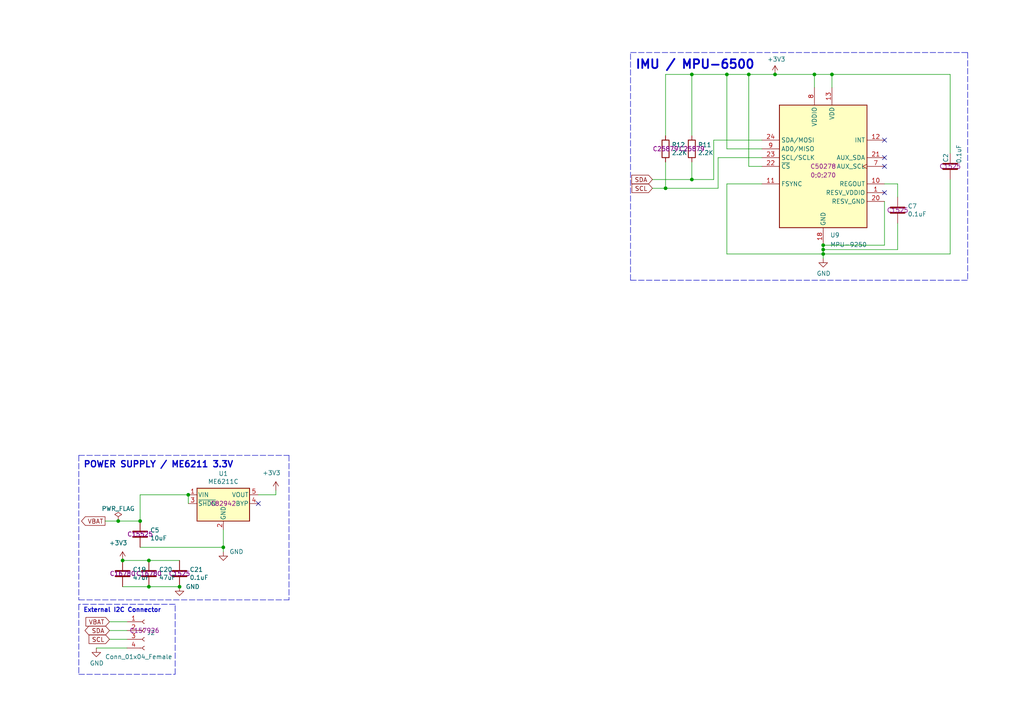
<source format=kicad_sch>
(kicad_sch (version 20211123) (generator eeschema)
  (paper "A4")
  (title_block (title "KTracker-SlimeVR-PCB") (date "2022-08-24") (rev "v0.5") (company "github.com/Kamilake/KTracker-SlimeVR-PCB") (comment 1 "Licensed under CERN-OHL-P v2 or later") (comment 2 "Compatible with github.com/SlimeVR/SlimeVR-Tracker-ESP"))
  (lib_symbols
    (symbol "Connector:Conn_01x04_Female" (pin_names (offset 1.016) hide)
      (property "Reference" "J" (at 0 5.08 0))
      (property "Value" "Conn_01x04_Female" (at 0 -7.62 0))
      (symbol "Conn_01x04_Female_1_1"
        (arc (start 0 -4.572) (mid -0.508 -5.08) (end 0 -5.588) (stroke (width 0.1524)))
        (arc (start 0 -2.032) (mid -0.508 -2.54) (end 0 -3.048) (stroke (width 0.1524)))
        (polyline (pts (xy -1.27 -5.08) (xy -0.508 -5.08)) (stroke (width 0.1524)))
        (polyline (pts (xy -1.27 -2.54) (xy -0.508 -2.54)) (stroke (width 0.1524)))
        (polyline (pts (xy -1.27 0) (xy -0.508 0)) (stroke (width 0.1524)))
        (polyline (pts (xy -1.27 2.54) (xy -0.508 2.54)) (stroke (width 0.1524)))
        (arc (start 0 0.508) (mid -0.508 0) (end 0 -0.508) (stroke (width 0.1524)))
        (arc (start 0 3.048) (mid -0.508 2.54) (end 0 2.032) (stroke (width 0.1524)))
        (pin passive line (at -5.08 2.54 0) (length 3.81) (name "Pin_1") (number "1"))
        (pin passive line (at -5.08 0 0) (length 3.81) (name "Pin_2") (number "2"))
        (pin passive line (at -5.08 -2.54 0) (length 3.81) (name "Pin_3") (number "3"))
        (pin passive line (at -5.08 -5.08 0) (length 3.81) (name "Pin_4") (number "4"))
      )
    )
    (symbol "Device:C" (pin_numbers hide) (pin_names (offset 0.254))
      (property "Reference" "C" (at 0.635 2.54 0))
      (property "Value" "C" (at 0.635 -2.54 0))
      (symbol "C_0_1"
        (polyline (pts (xy -2.032 -0.762) (xy 2.032 -0.762)) (stroke (width 0.508)))
        (polyline (pts (xy -2.032 0.762) (xy 2.032 0.762)) (stroke (width 0.508)))
      )
      (symbol "C_1_1"
        (pin passive line (at 0 3.81 270) (length 2.794) (name "~") (number "1"))
        (pin passive line (at 0 -3.81 90) (length 2.794) (name "~") (number "2"))
      )
    )
    (symbol "Device:R" (pin_numbers hide) (pin_names (offset 0))
      (property "Reference" "R" (at 2.032 0 90))
      (property "Value" "R" (at 0 0 90))
      (symbol "R_0_1"
        (rectangle (start -1.016 -2.54) (end 1.016 2.54) (stroke (width 0.254)))
      )
      (symbol "R_1_1"
        (pin passive line (at 0 3.81 270) (length 1.27) (name "~") (number "1"))
        (pin passive line (at 0 -3.81 90) (length 1.27) (name "~") (number "2"))
      )
    )
    (symbol "Regulator_Linear:APE8865U5-16-HF-3" (pin_names (offset 0.254))
      (property "Reference" "U" (at -6.35 5.715 0))
      (property "Value" "APE8865U5-16-HF-3" (at -3.175 5.715 0))
      (symbol "APE8865U5-16-HF-3_0_1"
        (rectangle (start -7.62 4.445) (end 7.62 -5.08) (stroke (width 0.254)) (fill (type background)))
      )
      (symbol "APE8865U5-16-HF-3_1_1"
        (pin power_in line (at -10.16 2.54 0) (length 2.54) (name "VIN") (number "1"))
        (pin power_in line (at 0 -7.62 90) (length 2.54) (name "GND") (number "2"))
        (pin input line (at -10.16 0 0) (length 2.54) (name "~{SHDN}") (number "3"))
        (pin input line (at 10.16 0 180) (length 2.54) (name "BYP") (number "4"))
        (pin power_out line (at 10.16 2.54 180) (length 2.54) (name "VOUT") (number "5"))
      )
    )
    (symbol "Sensor_Motion:MPU-9250"
      (property "Reference" "U" (at -11.43 19.05 0))
      (property "Value" "MPU-9250" (at 7.62 -19.05 0))
      (symbol "MPU-9250_0_1"
        (rectangle (start -12.7 17.78) (end 12.7 -17.78) (stroke (width 0.254)) (fill (type background)))
      )
      (symbol "MPU-9250_1_1"
        (pin input line (at 17.78 -7.62 180) (length 5.08) (name "RESV_VDDIO") (number "1"))
        (pin passive line (at 17.78 -5.08 180) (length 5.08) (name "REGOUT") (number "10"))
        (pin input line (at -17.78 -5.08 0) (length 5.08) (name "FSYNC") (number "11"))
        (pin output line (at 17.78 7.62 180) (length 5.08) (name "INT") (number "12"))
        (pin power_in line (at 2.54 22.86 270) (length 5.08) (name "VDD") (number "13"))
        (pin power_in line (at 0 -22.86 90) (length 5.08) (name "GND") (number "18"))
        (pin power_in line (at 17.78 -10.16 180) (length 5.08) (name "RESV_GND") (number "20"))
        (pin bidirectional line (at 17.78 2.54 180) (length 5.08) (name "AUX_SDA") (number "21"))
        (pin input line (at -17.78 0 0) (length 5.08) (name "~{CS}") (number "22"))
        (pin input line (at -17.78 2.54 0) (length 5.08) (name "SCL/SCLK") (number "23"))
        (pin bidirectional line (at -17.78 7.62 0) (length 5.08) (name "SDA/MOSI") (number "24"))
        (pin output clock (at 17.78 0 180) (length 5.08) (name "AUX_SCL") (number "7"))
        (pin power_in line (at -2.54 22.86 270) (length 5.08) (name "VDDIO") (number "8"))
        (pin bidirectional line (at -17.78 5.08 0) (length 5.08) (name "AD0/MISO") (number "9"))
      )
    )
    (symbol "power:+3.3V" (power) (pin_names (offset 0))
      (property "Value" "+3.3V" (at 0 3.556 0))
      (symbol "+3.3V_0_1"
        (polyline (pts (xy -0.762 1.27) (xy 0 2.54)))
        (polyline (pts (xy 0 0) (xy 0 2.54)))
        (polyline (pts (xy 0 2.54) (xy 0.762 1.27)))
      )
      (symbol "+3.3V_1_1"
        (pin power_in line (at 0 0 90) (length 0) hide (name "+3V3") (number "1"))
      )
    )
    (symbol "power:GND" (power) (pin_names (offset 0))
      (property "Value" "GND" (at 0 -3.81 0))
      (symbol "GND_0_1"
        (polyline (pts (xy 0 0) (xy 0 -1.27) (xy 1.27 -1.27) (xy 0 -2.54) (xy -1.27 -1.27) (xy 0 -1.27)))
      )
      (symbol "GND_1_1"
        (pin power_in line (at 0 0 270) (length 0) hide (name "GND") (number "1"))
      )
    )
    (symbol "power:PWR_FLAG" (power) (pin_numbers hide) (pin_names (offset 0) hide)
      (property "Value" "PWR_FLAG" (at 0 3.81 0))
      (symbol "PWR_FLAG_0_0"
        (pin power_out line (at 0 0 90) (length 0) (name "pwr") (number "1"))
      )
      (symbol "PWR_FLAG_0_1"
        (polyline (pts (xy 0 0) (xy 0 1.27) (xy -1.016 1.905) (xy 0 2.54) (xy 1.016 1.905) (xy 0 1.27)))
      )
    )
  )
  (junction (at 236.22 21.59))
  (junction (at 43.18 162.56))
  (junction (at 224.79 21.59))
  (junction (at 35.56 162.56))
  (junction (at 217.17 21.59))
  (junction (at 64.77 158.75))
  (junction (at 193.04 54.61))
  (junction (at 238.76 73.66))
  (junction (at 54.61 143.51))
  (junction (at 200.66 21.59))
  (junction (at 241.3 21.59))
  (junction (at 210.82 21.59))
  (junction (at 34.29 151.13))
  (junction (at 40.64 151.13))
  (junction (at 52.07 170.18))
  (junction (at 238.76 71.12))
  (junction (at 43.18 170.18))
  (junction (at 238.76 72.39))
  (junction (at 200.66 52.07))
  (no_connect (at 256.54 40.64))
  (no_connect (at 74.93 146.05))
  (no_connect (at 256.54 45.72))
  (no_connect (at 256.54 55.88))
  (no_connect (at 256.54 48.26))
  (wire (pts (xy 210.82 21.59) (xy 210.82 43.18)))
  (wire (pts (xy 256.54 71.12) (xy 238.76 71.12)))
  (polyline (pts (xy 50.8 195.58) (xy 50.8 175.26)))
  (wire (pts (xy 43.18 162.56) (xy 35.56 162.56)))
  (wire (pts (xy 275.59 73.66) (xy 238.76 73.66)))
  (wire (pts (xy 189.23 54.61) (xy 193.04 54.61)))
  (wire (pts (xy 43.18 170.18) (xy 52.07 170.18)))
  (wire (pts (xy 275.59 21.59) (xy 241.3 21.59)))
  (wire (pts (xy 74.93 143.51) (xy 80.01 143.51)))
  (polyline (pts (xy 22.86 132.08) (xy 83.82 132.08)))
  (wire (pts (xy 43.18 170.18) (xy 35.56 170.18)))
  (wire (pts (xy 241.3 21.59) (xy 241.3 25.4)))
  (wire (pts (xy 34.29 151.13) (xy 40.64 151.13)))
  (wire (pts (xy 30.48 151.13) (xy 34.29 151.13)))
  (wire (pts (xy 52.07 162.56) (xy 43.18 162.56)))
  (wire (pts (xy 260.35 57.15) (xy 260.35 53.34)))
  (wire (pts (xy 31.75 185.42) (xy 36.83 185.42)))
  (wire (pts (xy 210.82 21.59) (xy 217.17 21.59)))
  (polyline (pts (xy 83.82 132.08) (xy 83.82 173.99)))
  (polyline (pts (xy 22.86 132.08) (xy 22.86 173.99)))
  (polyline (pts (xy 182.88 15.24) (xy 280.67 15.24)))
  (wire (pts (xy 200.66 21.59) (xy 200.66 39.37)))
  (wire (pts (xy 40.64 158.75) (xy 64.77 158.75)))
  (wire (pts (xy 64.77 153.67) (xy 64.77 158.75)))
  (wire (pts (xy 40.64 143.51) (xy 54.61 143.51)))
  (wire (pts (xy 220.98 48.26) (xy 217.17 48.26)))
  (wire (pts (xy 275.59 52.07) (xy 275.59 73.66)))
  (polyline (pts (xy 22.86 175.26) (xy 22.86 195.58)))
  (wire (pts (xy 200.66 46.99) (xy 200.66 52.07)))
  (polyline (pts (xy 50.8 175.26) (xy 22.86 175.26)))
  (polyline (pts (xy 22.86 173.99) (xy 83.82 173.99)))
  (polyline (pts (xy 182.88 81.28) (xy 280.67 81.28)))
  (wire (pts (xy 208.28 45.72) (xy 220.98 45.72)))
  (wire (pts (xy 260.35 53.34) (xy 256.54 53.34)))
  (wire (pts (xy 238.76 72.39) (xy 238.76 73.66)))
  (wire (pts (xy 210.82 53.34) (xy 210.82 73.66)))
  (wire (pts (xy 236.22 21.59) (xy 241.3 21.59)))
  (wire (pts (xy 193.04 46.99) (xy 193.04 54.61)))
  (wire (pts (xy 275.59 44.45) (xy 275.59 21.59)))
  (wire (pts (xy 220.98 53.34) (xy 210.82 53.34)))
  (wire (pts (xy 260.35 72.39) (xy 238.76 72.39)))
  (wire (pts (xy 256.54 71.12) (xy 256.54 58.42)))
  (polyline (pts (xy 182.88 81.28) (xy 182.88 15.24)))
  (wire (pts (xy 208.28 54.61) (xy 208.28 45.72)))
  (wire (pts (xy 193.04 21.59) (xy 193.04 39.37)))
  (wire (pts (xy 220.98 43.18) (xy 210.82 43.18)))
  (wire (pts (xy 217.17 21.59) (xy 224.79 21.59)))
  (wire (pts (xy 40.64 151.13) (xy 40.64 143.51)))
  (wire (pts (xy 193.04 21.59) (xy 200.66 21.59)))
  (polyline (pts (xy 22.86 195.58) (xy 50.8 195.58)))
  (wire (pts (xy 54.61 143.51) (xy 54.61 146.05)))
  (wire (pts (xy 260.35 64.77) (xy 260.35 72.39)))
  (wire (pts (xy 238.76 73.66) (xy 238.76 74.93)))
  (polyline (pts (xy 280.67 15.24) (xy 280.67 81.28)))
  (wire (pts (xy 207.01 40.64) (xy 207.01 52.07)))
  (wire (pts (xy 80.01 142.24) (xy 80.01 143.51)))
  (wire (pts (xy 236.22 21.59) (xy 236.22 25.4)))
  (wire (pts (xy 238.76 72.39) (xy 238.76 71.12)))
  (wire (pts (xy 200.66 52.07) (xy 207.01 52.07)))
  (wire (pts (xy 36.83 182.88) (xy 31.75 182.88)))
  (wire (pts (xy 224.79 21.59) (xy 236.22 21.59)))
  (wire (pts (xy 193.04 54.61) (xy 208.28 54.61)))
  (wire (pts (xy 200.66 21.59) (xy 210.82 21.59)))
  (wire (pts (xy 210.82 73.66) (xy 238.76 73.66)))
  (wire (pts (xy 207.01 40.64) (xy 220.98 40.64)))
  (wire (pts (xy 189.23 52.07) (xy 200.66 52.07)))
  (wire (pts (xy 27.94 187.96) (xy 36.83 187.96)))
  (wire (pts (xy 64.77 158.75) (xy 64.77 160.02)))
  (wire (pts (xy 31.75 180.34) (xy 36.83 180.34)))
  (wire (pts (xy 217.17 48.26) (xy 217.17 21.59)))
  (text "External I2C Connector" (at 24.13 177.8 0) (effects (font (size 1.27 1.27) (thickness 0.254) bold) (justify left bottom)))
  (text "IMU / MPU-6500" (at 184.15 20.32 0) (effects (font (size 2.54 2.54) (thickness 0.508) bold) (justify left bottom)))
  (text "POWER SUPPLY / ME6211 3.3V" (at 24.13 135.89 0) (effects (font (size 1.8034 1.8034) (thickness 0.3607) bold) (justify left bottom)))
  (global_label "VBAT" (shape input) (at 31.75 180.34 180) (property "Intersheet References" "${INTERSHEET_REFS}" (effects hide)))
  (global_label "SDA" (shape bidirectional) (at 31.75 182.88 180) (property "Intersheet References" "${INTERSHEET_REFS}" (effects hide)))
  (global_label "SDA" (shape input) (at 189.23 52.07 180) (property "Intersheet References" "${INTERSHEET_REFS}" (effects hide)))
  (global_label "VBAT" (shape output) (at 30.48 151.13 180) (property "Intersheet References" "${INTERSHEET_REFS}" (effects hide)))
  (global_label "SCL" (shape input) (at 31.75 185.42 180) (property "Intersheet References" "${INTERSHEET_REFS}" (effects hide)))
  (global_label "SCL" (shape input) (at 189.23 54.61 180) (property "Intersheet References" "${INTERSHEET_REFS}" (effects hide)))
  (symbol (lib_id "Device:C") (at 260.35 60.96 0) (unit 1)
    (property "Reference" "C7" (at 263.271 59.7916 0) (effects (justify left)))
    (property "Value" "0.1uF" (at 263.271 62.103 0) (effects (justify left)))
    (property "Footprint" "Capacitor_SMD:C_0402_1005Metric" (effects hide))
    (property "LCSC" "C1525" (at 260.35 60.96 0))
  )
  (symbol (lib_id "Device:R") (at 193.04 43.18 0) (unit 1)
    (property "Reference" "R12" (at 194.818 42.0116 0) (effects (justify left)))
    (property "Value" "2.2K" (at 194.818 44.323 0) (effects (justify left)))
    (property "Footprint" "Resistor_SMD:R_0402_1005Metric" (effects hide))
    (property "LCSC" "C25879" (at 193.04 43.18 0))
  )
  (symbol (lib_id "Device:R") (at 200.66 43.18 0) (unit 1)
    (property "Reference" "R11" (at 202.438 42.0116 0) (effects (justify left)))
    (property "Value" "2.2K" (at 202.438 44.323 0) (effects (justify left)))
    (property "Footprint" "Resistor_SMD:R_0402_1005Metric" (effects hide))
    (property "LCSC" "C25879" (at 200.66 43.18 0))
  )
  (symbol (lib_id "power:GND") (at 238.76 74.93 0) (unit 1)
    (property "Reference" "#PWR07" (effects hide))
    (property "Value" "GND" (at 238.887 79.3242 0))
  )
  (symbol (lib_id "power:+3.3V") (at 224.79 21.59 0) (unit 1)
    (property "Reference" "#PWR02" (effects hide))
    (property "Value" "+3.3V" (at 225.171 17.1958 0))
  )
  (symbol (lib_id "power:+3.3V") (at 80.01 142.24 0) (unit 1)
    (property "Reference" "#PWR0109" (effects hide))
    (property "Value" "+3.3V" (at 78.74 137.16 0))
  )
  (symbol (lib_id "Device:C") (at 40.64 154.94 0) (unit 1)
    (property "Reference" "C5" (at 43.561 153.7716 0) (effects (justify left)))
    (property "Value" "10uF" (at 43.561 156.083 0) (effects (justify left)))
    (property "Footprint" "Capacitor_SMD:C_0402_1005Metric" (effects hide))
    (property "LCSC" "C15525" (at 40.64 154.94 0))
  )
  (symbol (lib_id "Connector:Conn_01x04_Female") (at 41.91 182.88 0) (unit 1)
    (property "Reference" "J2" (at 42.6212 183.4896 0) (effects (justify left)))
    (property "Value" "Conn_01x04_Female" (at 30.48 190.5 0) (effects (justify left)))
    (property "Footprint" "Connector_JST:JST_PH_S4B-PH-K_1x04_P2.00mm_Horizontal" (effects hide))
    (property "LCSC" "C157926" (at 41.91 182.88 0))
  )
  (symbol (lib_id "power:GND") (at 27.94 187.96 0) (unit 1)
    (property "Reference" "#PWR0110" (effects hide))
    (property "Value" "GND" (at 28.067 192.3542 0))
  )
  (symbol (lib_id "Regulator_Linear:APE8865U5-16-HF-3") (at 64.77 146.05 0) (unit 1)
    (property "Reference" "U1" (at 64.77 137.3632 0))
    (property "Value" "ME6211C" (at 64.77 139.6746 0))
    (property "Footprint" "Package_TO_SOT_SMD:SOT-23-5" (effects hide))
    (property "Datasheet" "http://www.tme.eu/fr/Document/ced3461ed31ea70a3c416fb648e0cde7/APE8865-3.pdf" (effects hide))
    (property "LCSC" "C82942" (at 64.77 146.05 0))
    (property "JLCPCB_CORRECTION" "0;0;180" (effects hide))
  )
  (symbol (lib_id "power:GND") (at 64.77 160.02 0) (unit 1)
    (property "Reference" "#PWR0101" (effects hide))
    (property "Value" "GND" (at 68.58 160.02 0))
  )
  (symbol (lib_id "Device:C") (at 35.56 166.37 0) (unit 1)
    (property "Reference" "C19" (at 38.481 165.2016 0) (effects (justify left)))
    (property "Value" "47uF" (at 38.481 167.513 0) (effects (justify left)))
    (property "Footprint" "Capacitor_SMD:C_0805_2012Metric" (effects hide))
    (property "LCSC" "C16780" (at 35.56 166.37 0))
  )
  (symbol (lib_id "Device:C") (at 43.18 166.37 0) (unit 1)
    (property "Reference" "C20" (at 46.101 165.2016 0) (effects (justify left)))
    (property "Value" "47uF" (at 46.101 167.513 0) (effects (justify left)))
    (property "Footprint" "Capacitor_SMD:C_0805_2012Metric" (effects hide))
    (property "LCSC" "C16780" (at 43.18 166.37 0))
  )
  (symbol (lib_id "power:+3.3V") (at 35.56 162.56 0) (unit 1)
    (property "Reference" "#PWR0115" (effects hide))
    (property "Value" "+3.3V" (at 34.29 157.48 0))
  )
  (symbol (lib_id "Device:C") (at 52.07 166.37 0) (unit 1)
    (property "Reference" "C21" (at 54.991 165.2016 0) (effects (justify left)))
    (property "Value" "0.1uF" (at 54.991 167.513 0) (effects (justify left)))
    (property "Footprint" "Capacitor_SMD:C_0402_1005Metric" (effects hide))
    (property "LCSC" "C1525" (at 52.07 166.37 0))
  )
  (symbol (lib_id "power:GND") (at 52.07 170.18 0) (unit 1)
    (property "Reference" "#PWR09" (effects hide))
    (property "Value" "GND" (at 55.88 170.18 0))
  )
  (symbol (lib_id "power:PWR_FLAG") (at 34.29 151.13 0) (unit 1)
    (property "Reference" "#FLG0101" (effects hide))
    (property "Value" "PWR_FLAG" (at 34.29 147.5255 0))
  )
  (symbol (lib_id "Sensor_Motion:MPU-9250") (at 238.76 48.26 0) (unit 1)
    (property "Reference" "U9" (at 240.7794 68.1895 0) (effects (justify left)))
    (property "Value" "MPU-9250" (at 240.7794 70.9646 0) (effects (justify left)))
    (property "Footprint" "Sensor_Motion:InvenSense_QFN-24_3x3mm_P0.4mm" (effects hide))
    (property "Datasheet" "https://store.invensense.com/datasheets/invensense/MPU9250REV1.0.pdf" (effects hide))
    (property "LCSC" "C50278" (at 238.76 48.26 0))
    (property "JLCPCB_CORRECTION" "0;0;270" (at 238.76 50.8 0))
  )
  (symbol (lib_id "Device:C") (at 275.59 48.26 180) (unit 1)
    (property "Reference" "C2" (at 274.32 44.45 90) (effects (justify left)))
    (property "Value" "0.1uF" (at 278.13 41.91 90) (effects (justify left)))
    (property "Footprint" "Capacitor_SMD:C_0402_1005Metric" (effects hide))
    (property "LCSC" "C1525" (at 275.59 48.26 0))
  )
)
</source>
